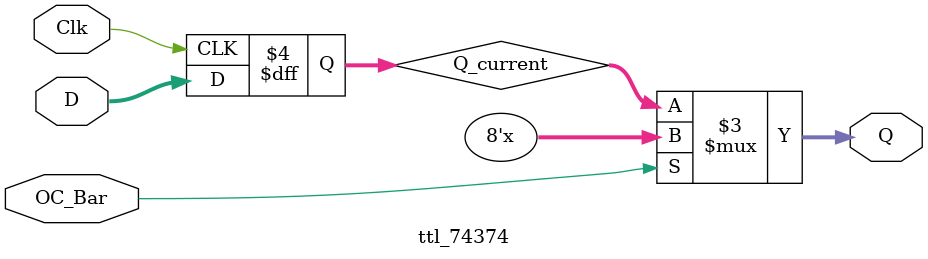
<source format=v>

module ttl_74374 #(parameter WIDTH = 8, DELAY_RISE = 0, DELAY_FALL = 0)
(
  input OC_Bar,
  input [WIDTH-1:0] D,
  input Clk,
  output [WIDTH-1:0] Q
);

//------------------------------------------------//
reg [WIDTH-1:0] Q_current;

always @(posedge Clk)
begin
  Q_current <= D;
end
//------------------------------------------------//

assign #(DELAY_RISE, DELAY_FALL) Q = !OC_Bar ? Q_current : {WIDTH{1'bZ}};

endmodule

</source>
